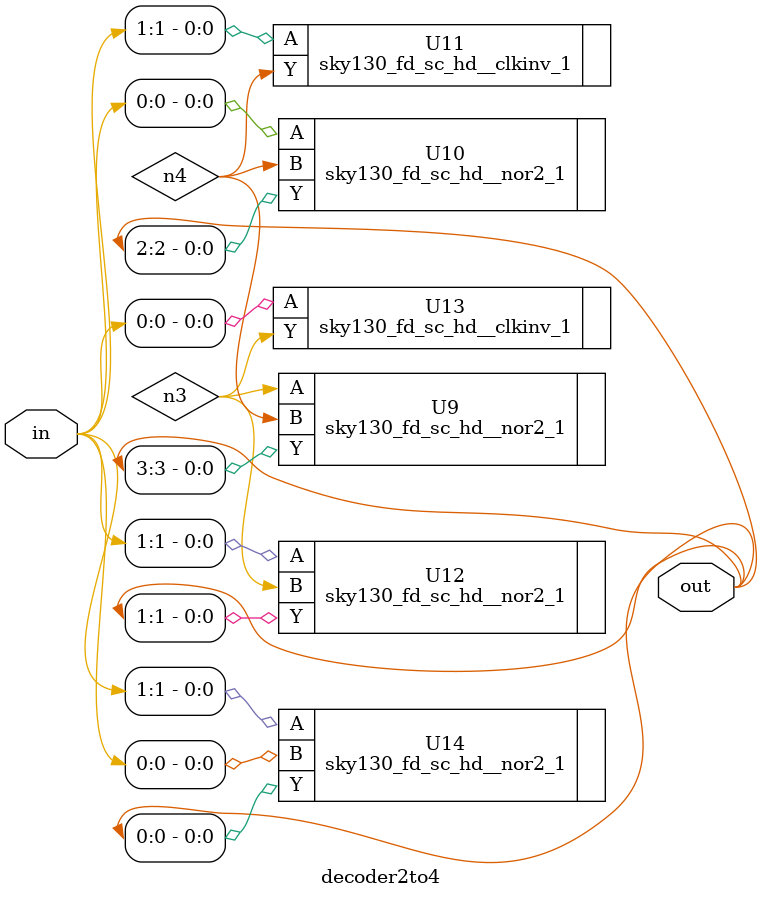
<source format=v>


module decoder2to4 ( in, out );
  input [1:0] in;
  output [3:0] out;
  wire   n3, n4;

  sky130_fd_sc_hd__nor2_1 U9 ( .A(n3), .B(n4), .Y(out[3]) );
  sky130_fd_sc_hd__nor2_1 U10 ( .A(in[0]), .B(n4), .Y(out[2]) );
  sky130_fd_sc_hd__clkinv_1 U11 ( .A(in[1]), .Y(n4) );
  sky130_fd_sc_hd__nor2_1 U12 ( .A(in[1]), .B(n3), .Y(out[1]) );
  sky130_fd_sc_hd__clkinv_1 U13 ( .A(in[0]), .Y(n3) );
  sky130_fd_sc_hd__nor2_1 U14 ( .A(in[1]), .B(in[0]), .Y(out[0]) );
endmodule


</source>
